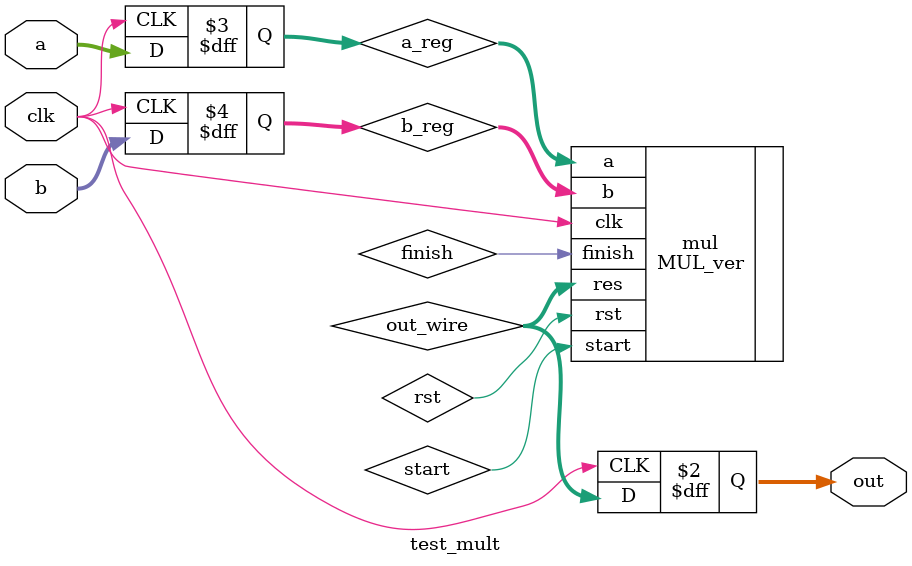
<source format=v>
module test_mult (
    input                   [ 0 : 0]        clk,
    input                   [ 3 : 0]        a,
    input                   [ 3 : 0]        b,
    output      reg         [ 7 : 0]        out
);

reg [3:0]      a_reg;
reg [3:0]      b_reg;
reg [0:0]      rst;
wire [7:0]     out_wire;
wire [0:0]     finish;

always @(posedge clk) begin
    a_reg <= a;
    b_reg <= b;
    out <= out_wire;
end

// 下面例化一个组合逻辑乘法器，MUL 模块的具体实现此处省略。
MUL_ver mul(
    .clk(clk),
    .rst(rst),
    .start(start),
    .a(a_reg),
    .b(b_reg),
    .res(out_wire),
    .finish(finish)
);
endmodule

</source>
